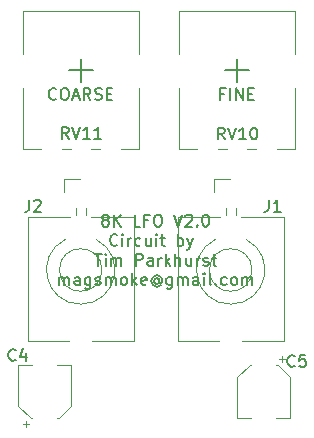
<source format=gbr>
G04 #@! TF.GenerationSoftware,KiCad,Pcbnew,(5.0.1)-4*
G04 #@! TF.CreationDate,2019-03-05T01:38:51-06:00*
G04 #@! TF.ProjectId,util_LFO,7574696C5F4C464F2E6B696361645F70,rev?*
G04 #@! TF.SameCoordinates,Original*
G04 #@! TF.FileFunction,Legend,Top*
G04 #@! TF.FilePolarity,Positive*
%FSLAX46Y46*%
G04 Gerber Fmt 4.6, Leading zero omitted, Abs format (unit mm)*
G04 Created by KiCad (PCBNEW (5.0.1)-4) date 3/5/2019 1:38:51*
%MOMM*%
%LPD*%
G01*
G04 APERTURE LIST*
%ADD10C,0.150000*%
%ADD11C,0.120000*%
G04 APERTURE END LIST*
D10*
X90916666Y-76907952D02*
X90821428Y-76860333D01*
X90773809Y-76812714D01*
X90726190Y-76717476D01*
X90726190Y-76669857D01*
X90773809Y-76574619D01*
X90821428Y-76527000D01*
X90916666Y-76479380D01*
X91107142Y-76479380D01*
X91202380Y-76527000D01*
X91250000Y-76574619D01*
X91297619Y-76669857D01*
X91297619Y-76717476D01*
X91250000Y-76812714D01*
X91202380Y-76860333D01*
X91107142Y-76907952D01*
X90916666Y-76907952D01*
X90821428Y-76955571D01*
X90773809Y-77003190D01*
X90726190Y-77098428D01*
X90726190Y-77288904D01*
X90773809Y-77384142D01*
X90821428Y-77431761D01*
X90916666Y-77479380D01*
X91107142Y-77479380D01*
X91202380Y-77431761D01*
X91250000Y-77384142D01*
X91297619Y-77288904D01*
X91297619Y-77098428D01*
X91250000Y-77003190D01*
X91202380Y-76955571D01*
X91107142Y-76907952D01*
X91726190Y-77479380D02*
X91726190Y-76479380D01*
X92297619Y-77479380D02*
X91869047Y-76907952D01*
X92297619Y-76479380D02*
X91726190Y-77050809D01*
X93964285Y-77479380D02*
X93488095Y-77479380D01*
X93488095Y-76479380D01*
X94630952Y-76955571D02*
X94297619Y-76955571D01*
X94297619Y-77479380D02*
X94297619Y-76479380D01*
X94773809Y-76479380D01*
X95345238Y-76479380D02*
X95535714Y-76479380D01*
X95630952Y-76527000D01*
X95726190Y-76622238D01*
X95773809Y-76812714D01*
X95773809Y-77146047D01*
X95726190Y-77336523D01*
X95630952Y-77431761D01*
X95535714Y-77479380D01*
X95345238Y-77479380D01*
X95250000Y-77431761D01*
X95154761Y-77336523D01*
X95107142Y-77146047D01*
X95107142Y-76812714D01*
X95154761Y-76622238D01*
X95250000Y-76527000D01*
X95345238Y-76479380D01*
X96821428Y-76479380D02*
X97154761Y-77479380D01*
X97488095Y-76479380D01*
X97773809Y-76574619D02*
X97821428Y-76527000D01*
X97916666Y-76479380D01*
X98154761Y-76479380D01*
X98250000Y-76527000D01*
X98297619Y-76574619D01*
X98345238Y-76669857D01*
X98345238Y-76765095D01*
X98297619Y-76907952D01*
X97726190Y-77479380D01*
X98345238Y-77479380D01*
X98773809Y-77384142D02*
X98821428Y-77431761D01*
X98773809Y-77479380D01*
X98726190Y-77431761D01*
X98773809Y-77384142D01*
X98773809Y-77479380D01*
X99440476Y-76479380D02*
X99535714Y-76479380D01*
X99630952Y-76527000D01*
X99678571Y-76574619D01*
X99726190Y-76669857D01*
X99773809Y-76860333D01*
X99773809Y-77098428D01*
X99726190Y-77288904D01*
X99678571Y-77384142D01*
X99630952Y-77431761D01*
X99535714Y-77479380D01*
X99440476Y-77479380D01*
X99345238Y-77431761D01*
X99297619Y-77384142D01*
X99250000Y-77288904D01*
X99202380Y-77098428D01*
X99202380Y-76860333D01*
X99250000Y-76669857D01*
X99297619Y-76574619D01*
X99345238Y-76527000D01*
X99440476Y-76479380D01*
X92011904Y-79034142D02*
X91964285Y-79081761D01*
X91821428Y-79129380D01*
X91726190Y-79129380D01*
X91583333Y-79081761D01*
X91488095Y-78986523D01*
X91440476Y-78891285D01*
X91392857Y-78700809D01*
X91392857Y-78557952D01*
X91440476Y-78367476D01*
X91488095Y-78272238D01*
X91583333Y-78177000D01*
X91726190Y-78129380D01*
X91821428Y-78129380D01*
X91964285Y-78177000D01*
X92011904Y-78224619D01*
X92440476Y-79129380D02*
X92440476Y-78462714D01*
X92440476Y-78129380D02*
X92392857Y-78177000D01*
X92440476Y-78224619D01*
X92488095Y-78177000D01*
X92440476Y-78129380D01*
X92440476Y-78224619D01*
X92916666Y-79129380D02*
X92916666Y-78462714D01*
X92916666Y-78653190D02*
X92964285Y-78557952D01*
X93011904Y-78510333D01*
X93107142Y-78462714D01*
X93202380Y-78462714D01*
X93964285Y-79081761D02*
X93869047Y-79129380D01*
X93678571Y-79129380D01*
X93583333Y-79081761D01*
X93535714Y-79034142D01*
X93488095Y-78938904D01*
X93488095Y-78653190D01*
X93535714Y-78557952D01*
X93583333Y-78510333D01*
X93678571Y-78462714D01*
X93869047Y-78462714D01*
X93964285Y-78510333D01*
X94821428Y-78462714D02*
X94821428Y-79129380D01*
X94392857Y-78462714D02*
X94392857Y-78986523D01*
X94440476Y-79081761D01*
X94535714Y-79129380D01*
X94678571Y-79129380D01*
X94773809Y-79081761D01*
X94821428Y-79034142D01*
X95297619Y-79129380D02*
X95297619Y-78462714D01*
X95297619Y-78129380D02*
X95250000Y-78177000D01*
X95297619Y-78224619D01*
X95345238Y-78177000D01*
X95297619Y-78129380D01*
X95297619Y-78224619D01*
X95630952Y-78462714D02*
X96011904Y-78462714D01*
X95773809Y-78129380D02*
X95773809Y-78986523D01*
X95821428Y-79081761D01*
X95916666Y-79129380D01*
X96011904Y-79129380D01*
X97107142Y-79129380D02*
X97107142Y-78129380D01*
X97107142Y-78510333D02*
X97202380Y-78462714D01*
X97392857Y-78462714D01*
X97488095Y-78510333D01*
X97535714Y-78557952D01*
X97583333Y-78653190D01*
X97583333Y-78938904D01*
X97535714Y-79034142D01*
X97488095Y-79081761D01*
X97392857Y-79129380D01*
X97202380Y-79129380D01*
X97107142Y-79081761D01*
X97916666Y-78462714D02*
X98154761Y-79129380D01*
X98392857Y-78462714D02*
X98154761Y-79129380D01*
X98059523Y-79367476D01*
X98011904Y-79415095D01*
X97916666Y-79462714D01*
X90107142Y-79779380D02*
X90678571Y-79779380D01*
X90392857Y-80779380D02*
X90392857Y-79779380D01*
X91011904Y-80779380D02*
X91011904Y-80112714D01*
X91011904Y-79779380D02*
X90964285Y-79827000D01*
X91011904Y-79874619D01*
X91059523Y-79827000D01*
X91011904Y-79779380D01*
X91011904Y-79874619D01*
X91488095Y-80779380D02*
X91488095Y-80112714D01*
X91488095Y-80207952D02*
X91535714Y-80160333D01*
X91630952Y-80112714D01*
X91773809Y-80112714D01*
X91869047Y-80160333D01*
X91916666Y-80255571D01*
X91916666Y-80779380D01*
X91916666Y-80255571D02*
X91964285Y-80160333D01*
X92059523Y-80112714D01*
X92202380Y-80112714D01*
X92297619Y-80160333D01*
X92345238Y-80255571D01*
X92345238Y-80779380D01*
X93583333Y-80779380D02*
X93583333Y-79779380D01*
X93964285Y-79779380D01*
X94059523Y-79827000D01*
X94107142Y-79874619D01*
X94154761Y-79969857D01*
X94154761Y-80112714D01*
X94107142Y-80207952D01*
X94059523Y-80255571D01*
X93964285Y-80303190D01*
X93583333Y-80303190D01*
X95011904Y-80779380D02*
X95011904Y-80255571D01*
X94964285Y-80160333D01*
X94869047Y-80112714D01*
X94678571Y-80112714D01*
X94583333Y-80160333D01*
X95011904Y-80731761D02*
X94916666Y-80779380D01*
X94678571Y-80779380D01*
X94583333Y-80731761D01*
X94535714Y-80636523D01*
X94535714Y-80541285D01*
X94583333Y-80446047D01*
X94678571Y-80398428D01*
X94916666Y-80398428D01*
X95011904Y-80350809D01*
X95488095Y-80779380D02*
X95488095Y-80112714D01*
X95488095Y-80303190D02*
X95535714Y-80207952D01*
X95583333Y-80160333D01*
X95678571Y-80112714D01*
X95773809Y-80112714D01*
X96107142Y-80779380D02*
X96107142Y-79779380D01*
X96202380Y-80398428D02*
X96488095Y-80779380D01*
X96488095Y-80112714D02*
X96107142Y-80493666D01*
X96916666Y-80779380D02*
X96916666Y-79779380D01*
X97345238Y-80779380D02*
X97345238Y-80255571D01*
X97297619Y-80160333D01*
X97202380Y-80112714D01*
X97059523Y-80112714D01*
X96964285Y-80160333D01*
X96916666Y-80207952D01*
X98250000Y-80112714D02*
X98250000Y-80779380D01*
X97821428Y-80112714D02*
X97821428Y-80636523D01*
X97869047Y-80731761D01*
X97964285Y-80779380D01*
X98107142Y-80779380D01*
X98202380Y-80731761D01*
X98250000Y-80684142D01*
X98726190Y-80779380D02*
X98726190Y-80112714D01*
X98726190Y-80303190D02*
X98773809Y-80207952D01*
X98821428Y-80160333D01*
X98916666Y-80112714D01*
X99011904Y-80112714D01*
X99297619Y-80731761D02*
X99392857Y-80779380D01*
X99583333Y-80779380D01*
X99678571Y-80731761D01*
X99726190Y-80636523D01*
X99726190Y-80588904D01*
X99678571Y-80493666D01*
X99583333Y-80446047D01*
X99440476Y-80446047D01*
X99345238Y-80398428D01*
X99297619Y-80303190D01*
X99297619Y-80255571D01*
X99345238Y-80160333D01*
X99440476Y-80112714D01*
X99583333Y-80112714D01*
X99678571Y-80160333D01*
X100011904Y-80112714D02*
X100392857Y-80112714D01*
X100154761Y-79779380D02*
X100154761Y-80636523D01*
X100202380Y-80731761D01*
X100297619Y-80779380D01*
X100392857Y-80779380D01*
X87059523Y-82429380D02*
X87059523Y-81762714D01*
X87059523Y-81857952D02*
X87107142Y-81810333D01*
X87202380Y-81762714D01*
X87345238Y-81762714D01*
X87440476Y-81810333D01*
X87488095Y-81905571D01*
X87488095Y-82429380D01*
X87488095Y-81905571D02*
X87535714Y-81810333D01*
X87630952Y-81762714D01*
X87773809Y-81762714D01*
X87869047Y-81810333D01*
X87916666Y-81905571D01*
X87916666Y-82429380D01*
X88821428Y-82429380D02*
X88821428Y-81905571D01*
X88773809Y-81810333D01*
X88678571Y-81762714D01*
X88488095Y-81762714D01*
X88392857Y-81810333D01*
X88821428Y-82381761D02*
X88726190Y-82429380D01*
X88488095Y-82429380D01*
X88392857Y-82381761D01*
X88345238Y-82286523D01*
X88345238Y-82191285D01*
X88392857Y-82096047D01*
X88488095Y-82048428D01*
X88726190Y-82048428D01*
X88821428Y-82000809D01*
X89726190Y-81762714D02*
X89726190Y-82572238D01*
X89678571Y-82667476D01*
X89630952Y-82715095D01*
X89535714Y-82762714D01*
X89392857Y-82762714D01*
X89297619Y-82715095D01*
X89726190Y-82381761D02*
X89630952Y-82429380D01*
X89440476Y-82429380D01*
X89345238Y-82381761D01*
X89297619Y-82334142D01*
X89250000Y-82238904D01*
X89250000Y-81953190D01*
X89297619Y-81857952D01*
X89345238Y-81810333D01*
X89440476Y-81762714D01*
X89630952Y-81762714D01*
X89726190Y-81810333D01*
X90154761Y-82381761D02*
X90250000Y-82429380D01*
X90440476Y-82429380D01*
X90535714Y-82381761D01*
X90583333Y-82286523D01*
X90583333Y-82238904D01*
X90535714Y-82143666D01*
X90440476Y-82096047D01*
X90297619Y-82096047D01*
X90202380Y-82048428D01*
X90154761Y-81953190D01*
X90154761Y-81905571D01*
X90202380Y-81810333D01*
X90297619Y-81762714D01*
X90440476Y-81762714D01*
X90535714Y-81810333D01*
X91011904Y-82429380D02*
X91011904Y-81762714D01*
X91011904Y-81857952D02*
X91059523Y-81810333D01*
X91154761Y-81762714D01*
X91297619Y-81762714D01*
X91392857Y-81810333D01*
X91440476Y-81905571D01*
X91440476Y-82429380D01*
X91440476Y-81905571D02*
X91488095Y-81810333D01*
X91583333Y-81762714D01*
X91726190Y-81762714D01*
X91821428Y-81810333D01*
X91869047Y-81905571D01*
X91869047Y-82429380D01*
X92488095Y-82429380D02*
X92392857Y-82381761D01*
X92345238Y-82334142D01*
X92297619Y-82238904D01*
X92297619Y-81953190D01*
X92345238Y-81857952D01*
X92392857Y-81810333D01*
X92488095Y-81762714D01*
X92630952Y-81762714D01*
X92726190Y-81810333D01*
X92773809Y-81857952D01*
X92821428Y-81953190D01*
X92821428Y-82238904D01*
X92773809Y-82334142D01*
X92726190Y-82381761D01*
X92630952Y-82429380D01*
X92488095Y-82429380D01*
X93250000Y-82429380D02*
X93250000Y-81429380D01*
X93345238Y-82048428D02*
X93630952Y-82429380D01*
X93630952Y-81762714D02*
X93250000Y-82143666D01*
X94440476Y-82381761D02*
X94345238Y-82429380D01*
X94154761Y-82429380D01*
X94059523Y-82381761D01*
X94011904Y-82286523D01*
X94011904Y-81905571D01*
X94059523Y-81810333D01*
X94154761Y-81762714D01*
X94345238Y-81762714D01*
X94440476Y-81810333D01*
X94488095Y-81905571D01*
X94488095Y-82000809D01*
X94011904Y-82096047D01*
X95535714Y-81953190D02*
X95488095Y-81905571D01*
X95392857Y-81857952D01*
X95297619Y-81857952D01*
X95202380Y-81905571D01*
X95154761Y-81953190D01*
X95107142Y-82048428D01*
X95107142Y-82143666D01*
X95154761Y-82238904D01*
X95202380Y-82286523D01*
X95297619Y-82334142D01*
X95392857Y-82334142D01*
X95488095Y-82286523D01*
X95535714Y-82238904D01*
X95535714Y-81857952D02*
X95535714Y-82238904D01*
X95583333Y-82286523D01*
X95630952Y-82286523D01*
X95726190Y-82238904D01*
X95773809Y-82143666D01*
X95773809Y-81905571D01*
X95678571Y-81762714D01*
X95535714Y-81667476D01*
X95345238Y-81619857D01*
X95154761Y-81667476D01*
X95011904Y-81762714D01*
X94916666Y-81905571D01*
X94869047Y-82096047D01*
X94916666Y-82286523D01*
X95011904Y-82429380D01*
X95154761Y-82524619D01*
X95345238Y-82572238D01*
X95535714Y-82524619D01*
X95678571Y-82429380D01*
X96630952Y-81762714D02*
X96630952Y-82572238D01*
X96583333Y-82667476D01*
X96535714Y-82715095D01*
X96440476Y-82762714D01*
X96297619Y-82762714D01*
X96202380Y-82715095D01*
X96630952Y-82381761D02*
X96535714Y-82429380D01*
X96345238Y-82429380D01*
X96250000Y-82381761D01*
X96202380Y-82334142D01*
X96154761Y-82238904D01*
X96154761Y-81953190D01*
X96202380Y-81857952D01*
X96250000Y-81810333D01*
X96345238Y-81762714D01*
X96535714Y-81762714D01*
X96630952Y-81810333D01*
X97107142Y-82429380D02*
X97107142Y-81762714D01*
X97107142Y-81857952D02*
X97154761Y-81810333D01*
X97250000Y-81762714D01*
X97392857Y-81762714D01*
X97488095Y-81810333D01*
X97535714Y-81905571D01*
X97535714Y-82429380D01*
X97535714Y-81905571D02*
X97583333Y-81810333D01*
X97678571Y-81762714D01*
X97821428Y-81762714D01*
X97916666Y-81810333D01*
X97964285Y-81905571D01*
X97964285Y-82429380D01*
X98869047Y-82429380D02*
X98869047Y-81905571D01*
X98821428Y-81810333D01*
X98726190Y-81762714D01*
X98535714Y-81762714D01*
X98440476Y-81810333D01*
X98869047Y-82381761D02*
X98773809Y-82429380D01*
X98535714Y-82429380D01*
X98440476Y-82381761D01*
X98392857Y-82286523D01*
X98392857Y-82191285D01*
X98440476Y-82096047D01*
X98535714Y-82048428D01*
X98773809Y-82048428D01*
X98869047Y-82000809D01*
X99345238Y-82429380D02*
X99345238Y-81762714D01*
X99345238Y-81429380D02*
X99297619Y-81477000D01*
X99345238Y-81524619D01*
X99392857Y-81477000D01*
X99345238Y-81429380D01*
X99345238Y-81524619D01*
X99964285Y-82429380D02*
X99869047Y-82381761D01*
X99821428Y-82286523D01*
X99821428Y-81429380D01*
X100345238Y-82334142D02*
X100392857Y-82381761D01*
X100345238Y-82429380D01*
X100297619Y-82381761D01*
X100345238Y-82334142D01*
X100345238Y-82429380D01*
X101250000Y-82381761D02*
X101154761Y-82429380D01*
X100964285Y-82429380D01*
X100869047Y-82381761D01*
X100821428Y-82334142D01*
X100773809Y-82238904D01*
X100773809Y-81953190D01*
X100821428Y-81857952D01*
X100869047Y-81810333D01*
X100964285Y-81762714D01*
X101154761Y-81762714D01*
X101250000Y-81810333D01*
X101821428Y-82429380D02*
X101726190Y-82381761D01*
X101678571Y-82334142D01*
X101630952Y-82238904D01*
X101630952Y-81953190D01*
X101678571Y-81857952D01*
X101726190Y-81810333D01*
X101821428Y-81762714D01*
X101964285Y-81762714D01*
X102059523Y-81810333D01*
X102107142Y-81857952D01*
X102154761Y-81953190D01*
X102154761Y-82238904D01*
X102107142Y-82334142D01*
X102059523Y-82381761D01*
X101964285Y-82429380D01*
X101821428Y-82429380D01*
X102583333Y-82429380D02*
X102583333Y-81762714D01*
X102583333Y-81857952D02*
X102630952Y-81810333D01*
X102726190Y-81762714D01*
X102869047Y-81762714D01*
X102964285Y-81810333D01*
X103011904Y-81905571D01*
X103011904Y-82429380D01*
X103011904Y-81905571D02*
X103059523Y-81810333D01*
X103154761Y-81762714D01*
X103297619Y-81762714D01*
X103392857Y-81810333D01*
X103440476Y-81905571D01*
X103440476Y-82429380D01*
X101036571Y-66222571D02*
X100703238Y-66222571D01*
X100703238Y-66746380D02*
X100703238Y-65746380D01*
X101179428Y-65746380D01*
X101560380Y-66746380D02*
X101560380Y-65746380D01*
X102036571Y-66746380D02*
X102036571Y-65746380D01*
X102608000Y-66746380D01*
X102608000Y-65746380D01*
X103084190Y-66222571D02*
X103417523Y-66222571D01*
X103560380Y-66746380D02*
X103084190Y-66746380D01*
X103084190Y-65746380D01*
X103560380Y-65746380D01*
X86828571Y-66651142D02*
X86780952Y-66698761D01*
X86638095Y-66746380D01*
X86542857Y-66746380D01*
X86400000Y-66698761D01*
X86304761Y-66603523D01*
X86257142Y-66508285D01*
X86209523Y-66317809D01*
X86209523Y-66174952D01*
X86257142Y-65984476D01*
X86304761Y-65889238D01*
X86400000Y-65794000D01*
X86542857Y-65746380D01*
X86638095Y-65746380D01*
X86780952Y-65794000D01*
X86828571Y-65841619D01*
X87447619Y-65746380D02*
X87638095Y-65746380D01*
X87733333Y-65794000D01*
X87828571Y-65889238D01*
X87876190Y-66079714D01*
X87876190Y-66413047D01*
X87828571Y-66603523D01*
X87733333Y-66698761D01*
X87638095Y-66746380D01*
X87447619Y-66746380D01*
X87352380Y-66698761D01*
X87257142Y-66603523D01*
X87209523Y-66413047D01*
X87209523Y-66079714D01*
X87257142Y-65889238D01*
X87352380Y-65794000D01*
X87447619Y-65746380D01*
X88257142Y-66460666D02*
X88733333Y-66460666D01*
X88161904Y-66746380D02*
X88495238Y-65746380D01*
X88828571Y-66746380D01*
X89733333Y-66746380D02*
X89400000Y-66270190D01*
X89161904Y-66746380D02*
X89161904Y-65746380D01*
X89542857Y-65746380D01*
X89638095Y-65794000D01*
X89685714Y-65841619D01*
X89733333Y-65936857D01*
X89733333Y-66079714D01*
X89685714Y-66174952D01*
X89638095Y-66222571D01*
X89542857Y-66270190D01*
X89161904Y-66270190D01*
X90114285Y-66698761D02*
X90257142Y-66746380D01*
X90495238Y-66746380D01*
X90590476Y-66698761D01*
X90638095Y-66651142D01*
X90685714Y-66555904D01*
X90685714Y-66460666D01*
X90638095Y-66365428D01*
X90590476Y-66317809D01*
X90495238Y-66270190D01*
X90304761Y-66222571D01*
X90209523Y-66174952D01*
X90161904Y-66127333D01*
X90114285Y-66032095D01*
X90114285Y-65936857D01*
X90161904Y-65841619D01*
X90209523Y-65794000D01*
X90304761Y-65746380D01*
X90542857Y-65746380D01*
X90685714Y-65794000D01*
X91114285Y-66222571D02*
X91447619Y-66222571D01*
X91590476Y-66746380D02*
X91114285Y-66746380D01*
X91114285Y-65746380D01*
X91590476Y-65746380D01*
G04 #@! TO.C,RV11*
X88940000Y-64255000D02*
X89940000Y-64255000D01*
X88940000Y-64255000D02*
X88940000Y-65255000D01*
X88940000Y-64255000D02*
X87940000Y-64255000D01*
X88940000Y-64255000D02*
X88940000Y-63255000D01*
D11*
X84040000Y-59255000D02*
X93840000Y-59255000D01*
X92290000Y-70905000D02*
X93840000Y-70905000D01*
X89781000Y-70905000D02*
X90540000Y-70905000D01*
X87290000Y-70905000D02*
X88049000Y-70905000D01*
X84040000Y-70905000D02*
X85540000Y-70905000D01*
X84040000Y-62855000D02*
X84040000Y-59255000D01*
X84040000Y-70905000D02*
X84040000Y-65755000D01*
X93840000Y-70905000D02*
X93840000Y-65755000D01*
X93840000Y-62855000D02*
X93840000Y-59255000D01*
G04 #@! TO.C,C4*
X88112000Y-89180000D02*
X86912000Y-89180000D01*
X83592000Y-89180000D02*
X84792000Y-89180000D01*
X83592000Y-92635563D02*
X83592000Y-89180000D01*
X88112000Y-92635563D02*
X88112000Y-89180000D01*
X87047563Y-93700000D02*
X86912000Y-93700000D01*
X84656437Y-93700000D02*
X84792000Y-93700000D01*
X84656437Y-93700000D02*
X83592000Y-92635563D01*
X87047563Y-93700000D02*
X88112000Y-92635563D01*
X84292000Y-94440000D02*
X84292000Y-93940000D01*
X84042000Y-94190000D02*
X84542000Y-94190000D01*
G04 #@! TO.C,C5*
X106204000Y-88690000D02*
X105704000Y-88690000D01*
X105954000Y-88440000D02*
X105954000Y-88940000D01*
X103198437Y-89180000D02*
X102134000Y-90244437D01*
X105589563Y-89180000D02*
X106654000Y-90244437D01*
X105589563Y-89180000D02*
X105454000Y-89180000D01*
X103198437Y-89180000D02*
X103334000Y-89180000D01*
X102134000Y-90244437D02*
X102134000Y-93700000D01*
X106654000Y-90244437D02*
X106654000Y-93700000D01*
X106654000Y-93700000D02*
X105454000Y-93700000D01*
X102134000Y-93700000D02*
X103334000Y-93700000D01*
G04 #@! TO.C,J1*
X97100000Y-76656000D02*
X97100000Y-87156000D01*
X106100000Y-76656000D02*
X106100000Y-87156000D01*
X100303737Y-78567423D02*
G75*
G03X101600000Y-84051000I1296263J-2588577D01*
G01*
X102896263Y-78567423D02*
G75*
G02X101600000Y-84051000I-1296263J-2588577D01*
G01*
X106100000Y-87156000D02*
X102600000Y-87156000D01*
X100600000Y-87156000D02*
X97100000Y-87156000D01*
X106100000Y-76656000D02*
X102500000Y-76656000D01*
X100700000Y-76656000D02*
X97100000Y-76656000D01*
X103400000Y-81156000D02*
G75*
G03X103400000Y-81156000I-1800000J0D01*
G01*
X101180000Y-75876000D02*
X101180000Y-76476000D01*
X102020000Y-75876000D02*
X102020000Y-76476000D01*
X100200000Y-73496000D02*
X100200000Y-74596000D01*
X100200000Y-73496000D02*
X101520000Y-73496000D01*
G04 #@! TO.C,J2*
X87500000Y-73496000D02*
X88820000Y-73496000D01*
X87500000Y-73496000D02*
X87500000Y-74596000D01*
X89320000Y-75876000D02*
X89320000Y-76476000D01*
X88480000Y-75876000D02*
X88480000Y-76476000D01*
X90700000Y-81156000D02*
G75*
G03X90700000Y-81156000I-1800000J0D01*
G01*
X88000000Y-76656000D02*
X84400000Y-76656000D01*
X93400000Y-76656000D02*
X89800000Y-76656000D01*
X87900000Y-87156000D02*
X84400000Y-87156000D01*
X93400000Y-87156000D02*
X89900000Y-87156000D01*
X90196263Y-78567423D02*
G75*
G02X88900000Y-84051000I-1296263J-2588577D01*
G01*
X87603737Y-78567423D02*
G75*
G03X88900000Y-84051000I1296263J-2588577D01*
G01*
X93400000Y-76656000D02*
X93400000Y-87156000D01*
X84400000Y-76656000D02*
X84400000Y-87156000D01*
G04 #@! TO.C,RV10*
X107048000Y-62855000D02*
X107048000Y-59255000D01*
X107048000Y-70905000D02*
X107048000Y-65755000D01*
X97248000Y-70905000D02*
X97248000Y-65755000D01*
X97248000Y-62855000D02*
X97248000Y-59255000D01*
X97248000Y-70905000D02*
X98748000Y-70905000D01*
X100498000Y-70905000D02*
X101257000Y-70905000D01*
X102989000Y-70905000D02*
X103748000Y-70905000D01*
X105498000Y-70905000D02*
X107048000Y-70905000D01*
X97248000Y-59255000D02*
X107048000Y-59255000D01*
D10*
X102148000Y-64255000D02*
X102148000Y-63255000D01*
X102148000Y-64255000D02*
X101148000Y-64255000D01*
X102148000Y-64255000D02*
X102148000Y-65255000D01*
X102148000Y-64255000D02*
X103148000Y-64255000D01*
G04 #@! TO.C,RV11*
X87879371Y-70048380D02*
X87546038Y-69572190D01*
X87307942Y-70048380D02*
X87307942Y-69048380D01*
X87688895Y-69048380D01*
X87784133Y-69096000D01*
X87831752Y-69143619D01*
X87879371Y-69238857D01*
X87879371Y-69381714D01*
X87831752Y-69476952D01*
X87784133Y-69524571D01*
X87688895Y-69572190D01*
X87307942Y-69572190D01*
X88165085Y-69048380D02*
X88498419Y-70048380D01*
X88831752Y-69048380D01*
X89688895Y-70048380D02*
X89117466Y-70048380D01*
X89403180Y-70048380D02*
X89403180Y-69048380D01*
X89307942Y-69191238D01*
X89212704Y-69286476D01*
X89117466Y-69334095D01*
X90641276Y-70048380D02*
X90069847Y-70048380D01*
X90355561Y-70048380D02*
X90355561Y-69048380D01*
X90260323Y-69191238D01*
X90165085Y-69286476D01*
X90069847Y-69334095D01*
G04 #@! TO.C,C4*
X83399333Y-88749142D02*
X83351714Y-88796761D01*
X83208857Y-88844380D01*
X83113619Y-88844380D01*
X82970761Y-88796761D01*
X82875523Y-88701523D01*
X82827904Y-88606285D01*
X82780285Y-88415809D01*
X82780285Y-88272952D01*
X82827904Y-88082476D01*
X82875523Y-87987238D01*
X82970761Y-87892000D01*
X83113619Y-87844380D01*
X83208857Y-87844380D01*
X83351714Y-87892000D01*
X83399333Y-87939619D01*
X84256476Y-88177714D02*
X84256476Y-88844380D01*
X84018380Y-87796761D02*
X83780285Y-88511047D01*
X84399333Y-88511047D01*
G04 #@! TO.C,C5*
X107021333Y-89257142D02*
X106973714Y-89304761D01*
X106830857Y-89352380D01*
X106735619Y-89352380D01*
X106592761Y-89304761D01*
X106497523Y-89209523D01*
X106449904Y-89114285D01*
X106402285Y-88923809D01*
X106402285Y-88780952D01*
X106449904Y-88590476D01*
X106497523Y-88495238D01*
X106592761Y-88400000D01*
X106735619Y-88352380D01*
X106830857Y-88352380D01*
X106973714Y-88400000D01*
X107021333Y-88447619D01*
X107926095Y-88352380D02*
X107449904Y-88352380D01*
X107402285Y-88828571D01*
X107449904Y-88780952D01*
X107545142Y-88733333D01*
X107783238Y-88733333D01*
X107878476Y-88780952D01*
X107926095Y-88828571D01*
X107973714Y-88923809D01*
X107973714Y-89161904D01*
X107926095Y-89257142D01*
X107878476Y-89304761D01*
X107783238Y-89352380D01*
X107545142Y-89352380D01*
X107449904Y-89304761D01*
X107402285Y-89257142D01*
G04 #@! TO.C,J1*
X104822666Y-75208380D02*
X104822666Y-75922666D01*
X104775047Y-76065523D01*
X104679809Y-76160761D01*
X104536952Y-76208380D01*
X104441714Y-76208380D01*
X105822666Y-76208380D02*
X105251238Y-76208380D01*
X105536952Y-76208380D02*
X105536952Y-75208380D01*
X105441714Y-75351238D01*
X105346476Y-75446476D01*
X105251238Y-75494095D01*
G04 #@! TO.C,J2*
X84536666Y-75208380D02*
X84536666Y-75922666D01*
X84489047Y-76065523D01*
X84393809Y-76160761D01*
X84250952Y-76208380D01*
X84155714Y-76208380D01*
X84965238Y-75303619D02*
X85012857Y-75256000D01*
X85108095Y-75208380D01*
X85346190Y-75208380D01*
X85441428Y-75256000D01*
X85489047Y-75303619D01*
X85536666Y-75398857D01*
X85536666Y-75494095D01*
X85489047Y-75636952D01*
X84917619Y-76208380D01*
X85536666Y-76208380D01*
G04 #@! TO.C,RV10*
X101087371Y-70099180D02*
X100754038Y-69622990D01*
X100515942Y-70099180D02*
X100515942Y-69099180D01*
X100896895Y-69099180D01*
X100992133Y-69146800D01*
X101039752Y-69194419D01*
X101087371Y-69289657D01*
X101087371Y-69432514D01*
X101039752Y-69527752D01*
X100992133Y-69575371D01*
X100896895Y-69622990D01*
X100515942Y-69622990D01*
X101373085Y-69099180D02*
X101706419Y-70099180D01*
X102039752Y-69099180D01*
X102896895Y-70099180D02*
X102325466Y-70099180D01*
X102611180Y-70099180D02*
X102611180Y-69099180D01*
X102515942Y-69242038D01*
X102420704Y-69337276D01*
X102325466Y-69384895D01*
X103515942Y-69099180D02*
X103611180Y-69099180D01*
X103706419Y-69146800D01*
X103754038Y-69194419D01*
X103801657Y-69289657D01*
X103849276Y-69480133D01*
X103849276Y-69718228D01*
X103801657Y-69908704D01*
X103754038Y-70003942D01*
X103706419Y-70051561D01*
X103611180Y-70099180D01*
X103515942Y-70099180D01*
X103420704Y-70051561D01*
X103373085Y-70003942D01*
X103325466Y-69908704D01*
X103277847Y-69718228D01*
X103277847Y-69480133D01*
X103325466Y-69289657D01*
X103373085Y-69194419D01*
X103420704Y-69146800D01*
X103515942Y-69099180D01*
G04 #@! TD*
M02*

</source>
